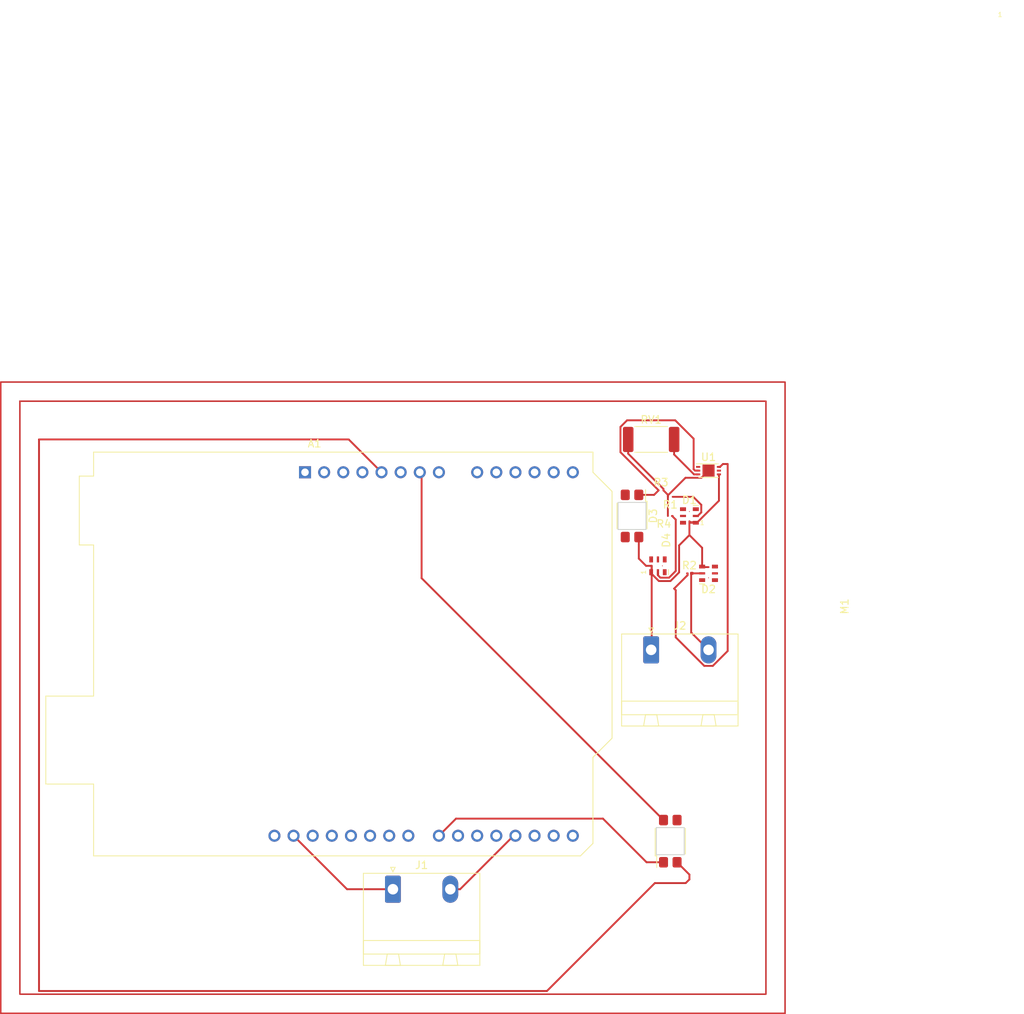
<source format=kicad_pcb>
(kicad_pcb (version 20211014) (generator pcbnew)
  (layers (0 "F.Cu" signal) (31 "B.Cu" signal) (34 "B.Paste" user) (35 "F.Paste" user) (36 "B.SilkS" user "B.Silkscreen") (37 "F.SilkS" user "F.Silkscreen") (38 "B.Mask" user) (39 "F.Mask" user) (44 "Edge.Cuts" user))
  (net 0 "")
  (net 5 "Net-(A1-Pad5)")
  (net 7 "Net-(A1-Pad7)")
  (net 18 "Net-(A1-Pad18)")
  (net 22 "Net-(A1-Pad22)")
  (net 29 "Net-(A1-Pad29)")
  (net 31 "Net-(D1-Pad1)")
  (net 32 "Net-(D1-Pad2)")
  (net 33 "Net-(D2-Pad2)")
  (net 34 "Net-(D3-Pad1)")
  (net 35 "Net-(D4-Pad2)")
  (net 36 "Net-(J2-Pad3)")
  (net 37 "Net-(R2-Pad1)")
  (net 38 "Net-(RV1-Pad2)")
  (footprint "Connector_Phoenix_GMSTB:PhoenixContact_GMSTBA_2,5_2-G-7,62_1x02_P7.62mm_Horizontal" (layer "F.Cu") (at 124.46 58.42)
    (fp_text reference "J2" (at 3.81 -3.2) (layer "F.SilkS"))
    (fp_text value "Conn_01x03_Male")
    (fp_line (start -1 10.11) (end 1 10.11) (layer "F.SilkS") (width 0.12))
    (fp_line (start 11.54 8.61) (end -3.92 8.61) (layer "F.SilkS") (width 0.12))
    (fp_line (start -0.3 -2.91) (end 0.3 -2.91) (layer "F.SilkS") (width 0.12))
    (fp_line (start 11.54 -2.11) (end -3.92 -2.11) (layer "F.SilkS") (width 0.12))
    (fp_line (start 0 -2.31) (end -0.3 -2.91) (layer "F.SilkS") (width 0.12))
    (fp_line (start 8.37 8.61) (end 6.87 8.61) (layer "F.SilkS") (width 0.12))
    (fp_line (start 6.62 10.11) (end 8.62 10.11) (layer "F.SilkS") (width 0.12))
    (fp_line (start -3.92 10.11) (end 11.54 10.11) (layer "F.SilkS") (width 0.12))
    (fp_line (start 0.3 -2.91) (end 0 -2.31) (layer "F.SilkS") (width 0.12))
    (fp_line (start -3.92 8.61) (end -3.92 6.81) (layer "F.SilkS") (width 0.12))
    (fp_line (start 11.54 10.11) (end 11.54 -2.11) (layer "F.SilkS") (width 0.12))
    (fp_line (start -3.92 -2.11) (end -3.92 10.11) (layer "F.SilkS") (width 0.12))
    (fp_line (start 8.62 10.11) (end 8.37 8.61) (layer "F.SilkS") (width 0.12))
    (fp_line (start 11.54 6.81) (end 11.54 8.61) (layer "F.SilkS") (width 0.12))
    (fp_line (start -0.75 8.61) (end -1 10.11) (layer "F.SilkS") (width 0.12))
    (fp_line (start 6.87 8.61) (end 6.62 10.11) (layer "F.SilkS") (width 0.12))
    (fp_line (start 0.75 8.61) (end -0.75 8.61) (layer "F.SilkS") (width 0.12))
    (fp_line (start 1 10.11) (end 0.75 8.61) (layer "F.SilkS") (width 0.12))
    (fp_line (start -3.92 6.81) (end 11.54 6.81) (layer "F.SilkS") (width 0.12))
    (pad "1" thru_hole roundrect (at 0 0) (size 2.1 3.6) (drill 1.4) (layers *.Cu *.Mask) (roundrect_rratio 0.119048) (net 31 "Net-(D1-Pad1)"))
    (pad "2" thru_hole oval (at 7.62 0) (size 2.1 3.6) (drill 1.4) (layers *.Cu *.Mask) (net 33 "Net-(D2-Pad2)"))
  )
  (footprint "Resistor_SMD:R_0201_0603Metric" (layer "F.Cu") (at 129.54 48.26)
    (fp_text reference "R2" (at 0 -1.05) (layer "F.SilkS"))
    (fp_text value "R")
    (pad "1" smd roundrect (at -0.32 0) (size 0.01 0.01) (layers "F.Cu" "F.Mask") (net 37 "Net-(R2-Pad1)"))
    (pad "2" smd roundrect (at 0.32 0) (size 0.46 0.4) (layers "F.Cu" "F.Mask") (net 33 "Net-(D2-Pad2)"))
  )
  (footprint "Resistor_SMD:R_2512_6332Metric_Pad1.40x3.35mm_HandSolder" (layer "F.Cu") (at 124.46 30.48)
    (fp_text reference "RV1" (at 0 -2.62) (layer "F.SilkS"))
    (fp_text value "R_Potentiometer")
    (fp_line (start -2.177064 -1.71) (end 2.177064 -1.71) (layer "F.SilkS") (width 0.12))
    (fp_line (start -2.177064 1.71) (end 2.177064 1.71) (layer "F.SilkS") (width 0.12))
    (pad "1" smd roundrect (at -3.05 0) (size 1.4 3.35) (layers "F.Cu" "F.Paste" "F.Mask") (roundrect_rratio 0.178571) (net 36 "Net-(J2-Pad3)"))
    (pad "2" smd roundrect (at 3.05 0) (size 1.4 3.35) (layers "F.Cu" "F.Paste" "F.Mask") (roundrect_rratio 0.178571) (net 38 "Net-(RV1-Pad2)"))
  )
  (footprint "Resistor_SMD:R_0201_0603Metric" (layer "F.Cu") (at 127 38.1 180)
    (fp_text reference "R1" (at 0 -1.05) (layer "F.SilkS"))
    (fp_text value "R")
    (pad "1" smd roundrect (at -0.32 0 180) (size 0.1 0.1) (layers "F.Cu" "F.Mask") (net 32 "Net-(D1-Pad2)"))
    (pad "2" smd roundrect (at 0.32 0 180) (size 0.1 0.1) (layers "F.Cu" "F.Mask") (net 36 "Net-(J2-Pad3)"))
  )
  (footprint "LED_SMD:LED-APA102-2020" (layer "F.Cu") (at 132.08 48.26)
    (fp_text reference "D2" (at 0 2.11) (layer "F.SilkS"))
    (fp_text value "LED")
    (fp_text user "1" (at 38.71 -74.18) (layer "F.SilkS") (effects (font (size 0.6 0.6) (thickness 0.1))))
    (fp_line (start -1.2 1.4) (end -0.5 1.4) (layer "F.SilkS") (width 0.12))
    (pad "1" smd rect (at -0.85 -0.9) (size 0.8 0.5) (layers "F.Cu" "F.Paste" "F.Mask") (net 31 "Net-(D1-Pad1)"))
    (pad "1" smd rect (at 0 -0.83 90) (size 0.1 0.1) (layers "F.Cu" "F.Paste" "F.Mask") (net 31 "Net-(D1-Pad1)"))
    (pad "2" smd rect (at -0.85 0) (size 0.8 0.3) (layers "F.Cu" "F.Paste" "F.Mask") (net 33 "Net-(D2-Pad2)"))
    (pad "3" smd rect (at -0.85 0.9) (size 0.8 0.5) (layers "F.Cu" "F.Paste" "F.Mask"))
    (pad "4" smd rect (at 0.85 0.9) (size 0.8 0.5) (layers "F.Cu" "F.Paste" "F.Mask"))
    (pad "5" smd rect (at 0.85 0) (size 0.8 0.3) (layers "F.Cu" "F.Paste" "F.Mask"))
    (pad "6" smd rect (at 0.85 -0.9) (size 0.8 0.5) (layers "F.Cu" "F.Paste" "F.Mask"))
    (pad "6" smd rect (at 0 0.59 90) (size 0.1 0.1) (layers "F.Cu" "F.Paste" "F.Mask"))
  )
  (footprint "Package_TO_SOT_SMD:HVSOF6" (layer "F.Cu") (at 132.08 34.62)
    (fp_text reference "U1" (at 0 -1.8) (layer "F.SilkS"))
    (fp_text value "LM741")
    (fp_line (start -1.3 0.9) (end 1.3 0.9) (layer "F.SilkS") (width 0.12))
    (fp_line (start -1.6 -0.9) (end 1.3 -0.9) (layer "F.SilkS") (width 0.12))
    (pad "1" smd rect (at -1.38 -0.5 270) (size 0.25 0.55) (layers "F.Cu" "F.Paste" "F.Mask"))
    (pad "2" smd rect (at -1.38 0 270) (size 0.25 0.55) (layers "F.Cu" "F.Paste" "F.Mask") (net 34 "Net-(D3-Pad1)"))
    (pad "3" smd rect (at -1.38 0.5 270) (size 0.25 0.55) (layers "F.Cu" "F.Paste" "F.Mask") (net 38 "Net-(RV1-Pad2)"))
    (pad "4" smd rect (at 1.38 0.5 270) (size 0.25 0.55) (layers "F.Cu" "F.Paste" "F.Mask") (net 31 "Net-(D1-Pad1)"))
    (pad "5" smd rect (at 1.38 0 270) (size 0.25 0.55) (layers "F.Cu" "F.Paste" "F.Mask"))
    (pad "6" smd rect (at 1.38 -0.5 270) (size 0.25 0.55) (layers "F.Cu" "F.Paste" "F.Mask") (net 37 "Net-(R2-Pad1)"))
    (pad "7" smd rect (at 0 0) (size 1.6 1.6) (layers "F.Cu" "F.Paste" "F.Mask") (net 36 "Net-(J2-Pad3)"))
  )
  (footprint "LED_SMD:LED-APA102-2020" (layer "F.Cu") (at 125.36 47.26 90)
    (fp_text reference "D4" (at 3.39 1.11 90) (layer "F.SilkS"))
    (fp_text value "LED")
    (fp_text user "1" (at -0.85 -1.9 90) (layer "F.SilkS") (effects (font (size 0.6 0.6) (thickness 0.1))))
    (fp_line (start -1.2 1.4) (end -0.5 1.4) (layer "F.SilkS") (width 0.12))
    (pad "1" smd rect (at 0 -0.83 180) (size 0.1 0.1) (layers "F.Cu" "F.Paste" "F.Mask") (net 31 "Net-(D1-Pad1)"))
    (pad "1" smd rect (at -0.85 -0.9 90) (size 0.8 0.5) (layers "F.Cu" "F.Paste" "F.Mask") (net 31 "Net-(D1-Pad1)"))
    (pad "2" smd rect (at -0.85 0 90) (size 0.8 0.3) (layers "F.Cu" "F.Paste" "F.Mask") (net 35 "Net-(D4-Pad2)"))
    (pad "3" smd rect (at -0.85 0.9 90) (size 0.8 0.5) (layers "F.Cu" "F.Paste" "F.Mask"))
    (pad "4" smd rect (at 0.85 0.9 90) (size 0.8 0.5) (layers "F.Cu" "F.Paste" "F.Mask"))
    (pad "5" smd rect (at 0.85 0 90) (size 0.8 0.3) (layers "F.Cu" "F.Paste" "F.Mask"))
    (pad "6" smd rect (at 0 0.59 180) (size 0.1 0.1) (layers "F.Cu" "F.Paste" "F.Mask"))
    (pad "6" smd rect (at 0.85 -0.9 90) (size 0.8 0.5) (layers "F.Cu" "F.Paste" "F.Mask"))
  )
  (footprint "OptoDevice:Everlight_ITR8307" (layer "F.Cu") (at 127 83.82)
    (fp_text reference "M1" (at 23.15 -31.17 90) (layer "F.SilkS"))
    (fp_text value "Motor_Servo_AirTronics")
    (fp_line (start -1.8 3.5) (end -1.8 1.95) (layer "F.SilkS") (width 0.12))
    (fp_line (start -2 1.95) (end -1.8 1.95) (layer "F.SilkS") (width 0.12))
    (fp_line (start -2 1.95) (end -2 -1.7) (layer "F.SilkS") (width 0.12))
    (fp_line (start 2 1.7) (end 2 -1.7) (layer "F.SilkS") (width 0.12))
    (fp_line (start -1.85 1.8) (end -1.85 -1.8) (layer "Edge.Cuts") (width 0.12))
    (fp_line (start 1.85 1.8) (end -1.85 1.8) (layer "Edge.Cuts") (width 0.12))
    (fp_line (start 1.85 -1.8) (end 1.85 1.8) (layer "Edge.Cuts") (width 0.12))
    (fp_line (start -1.85 -1.8) (end 1.85 -1.8) (layer "Edge.Cuts") (width 0.12))
    (pad "1" smd roundrect (at -0.9 2.8) (size 1.2 1.4) (layers "F.Cu" "F.Paste" "F.Mask") (roundrect_rratio 0.2) (net 22 "Net-(A1-Pad22)"))
    (pad "2" smd roundrect (at -0.9 -2.8) (size 1.2 1.4) (layers "F.Cu" "F.Paste" "F.Mask") (roundrect_rratio 0.2) (net 7 "Net-(A1-Pad7)"))
    (pad "3" smd roundrect (at 0.9 2.8) (size 1.2 1.4) (layers "F.Cu" "F.Paste" "F.Mask") (roundrect_rratio 0.2) (net 5 "Net-(A1-Pad5)"))
    (pad "4" smd roundrect (at 0.9 -2.8) (size 1.2 1.4) (layers "F.Cu" "F.Paste" "F.Mask") (roundrect_rratio 0.2))
  )
  (footprint "OptoDevice:Everlight_ITR8307" (layer "F.Cu") (at 121.92 40.64 180)
    (fp_text reference "D3" (at -2.8 0 90) (layer "F.SilkS"))
    (fp_text value "D_Photo")
    (fp_line (start 2 1.7) (end 2 -1.7) (layer "F.SilkS") (width 0.12))
    (fp_line (start -1.8 3.5) (end -1.8 1.95) (layer "F.SilkS") (width 0.12))
    (fp_line (start -2 1.95) (end -2 -1.7) (layer "F.SilkS") (width 0.12))
    (fp_line (start -2 1.95) (end -1.8 1.95) (layer "F.SilkS") (width 0.12))
    (fp_line (start 1.85 -1.8) (end 1.85 1.8) (layer "Edge.Cuts") (width 0.12))
    (fp_line (start -1.85 1.8) (end -1.85 -1.8) (layer "Edge.Cuts") (width 0.12))
    (fp_line (start 1.85 1.8) (end -1.85 1.8) (layer "Edge.Cuts") (width 0.12))
    (fp_line (start -1.85 -1.8) (end 1.85 -1.8) (layer "Edge.Cuts") (width 0.12))
    (pad "1" smd roundrect (at -0.9 2.8 180) (size 1.2 1.4) (layers "F.Cu" "F.Paste" "F.Mask") (roundrect_rratio 0.2) (net 34 "Net-(D3-Pad1)"))
    (pad "2" smd roundrect (at -0.9 -2.8 180) (size 1.2 1.4) (layers "F.Cu" "F.Paste" "F.Mask") (roundrect_rratio 0.2) (net 31 "Net-(D1-Pad1)"))
    (pad "3" smd roundrect (at 0.9 2.8 180) (size 1.2 1.4) (layers "F.Cu" "F.Paste" "F.Mask") (roundrect_rratio 0.2))
    (pad "4" smd roundrect (at 0.9 -2.8 180) (size 1.2 1.4) (layers "F.Cu" "F.Paste" "F.Mask") (roundrect_rratio 0.2))
  )
  (footprint "Module:Arduino_UNO_R2" (layer "F.Cu") (at 78.5 34.84)
    (fp_text reference "A1" (at 1.27 -3.81 180) (layer "F.SilkS"))
    (fp_text value "Arduino_UNO_R2")
    (fp_line (start -34.42 29.72) (end -34.42 41.4) (layer "F.SilkS") (width 0.12))
    (fp_line (start -28.07 0.51) (end -29.97 0.51) (layer "F.SilkS") (width 0.12))
    (fp_line (start 38.23 49.28) (end 38.23 37.85) (layer "F.SilkS") (width 0.12))
    (fp_line (start -28.07 -2.67) (end -28.07 0.51) (layer "F.SilkS") (width 0.12))
    (fp_line (start -29.97 9.65) (end -28.07 9.65) (layer "F.SilkS") (width 0.12))
    (fp_line (start 38.23 0) (end 38.23 -2.67) (layer "F.SilkS") (width 0.12))
    (fp_line (start -28.07 9.65) (end -28.07 29.72) (layer "F.SilkS") (width 0.12))
    (fp_line (start -28.07 50.93) (end 36.58 50.93) (layer "F.SilkS") (width 0.12))
    (fp_line (start 38.23 -2.67) (end -28.07 -2.67) (layer "F.SilkS") (width 0.12))
    (fp_line (start -28.07 41.4) (end -28.07 50.93) (layer "F.SilkS") (width 0.12))
    (fp_line (start -28.07 29.72) (end -34.42 29.72) (layer "F.SilkS") (width 0.12))
    (fp_line (start 38.23 37.85) (end 40.77 35.31) (layer "F.SilkS") (width 0.12))
    (fp_line (start -29.97 0.51) (end -29.97 9.65) (layer "F.SilkS") (width 0.12))
    (fp_line (start 40.77 35.31) (end 40.77 2.54) (layer "F.SilkS") (width 0.12))
    (fp_line (start -34.42 41.4) (end -28.07 41.4) (layer "F.SilkS") (width 0.12))
    (fp_line (start 40.77 2.54) (end 38.23 0) (layer "F.SilkS") (width 0.12))
    (fp_line (start 36.58 50.93) (end 38.23 49.28) (layer "F.SilkS") (width 0.12))
    (pad "1" thru_hole rect (at 0 0 90) (size 1.6 1.6) (drill 1) (layers *.Cu *.Mask))
    (pad "2" thru_hole oval (at 2.54 0 90) (size 1.6 1.6) (drill 1) (layers *.Cu *.Mask))
    (pad "3" thru_hole oval (at 5.08 0 90) (size 1.6 1.6) (drill 1) (layers *.Cu *.Mask))
    (pad "4" thru_hole oval (at 7.62 0 90) (size 1.6 1.6) (drill 1) (layers *.Cu *.Mask))
    (pad "5" thru_hole oval (at 10.16 0 90) (size 1.6 1.6) (drill 1) (layers *.Cu *.Mask) (net 5 "Net-(A1-Pad5)"))
    (pad "6" thru_hole oval (at 12.7 0 90) (size 1.6 1.6) (drill 1) (layers *.Cu *.Mask))
    (pad "7" thru_hole oval (at 15.24 0 90) (size 1.6 1.6) (drill 1) (layers *.Cu *.Mask) (net 7 "Net-(A1-Pad7)"))
    (pad "8" thru_hole oval (at 17.78 0 90) (size 1.6 1.6) (drill 1) (layers *.Cu *.Mask))
    (pad "9" thru_hole oval (at 22.86 0 90) (size 1.6 1.6) (drill 1) (layers *.Cu *.Mask))
    (pad "10" thru_hole oval (at 25.4 0 90) (size 1.6 1.6) (drill 1) (layers *.Cu *.Mask))
    (pad "11" thru_hole oval (at 27.94 0 90) (size 1.6 1.6) (drill 1) (layers *.Cu *.Mask))
    (pad "12" thru_hole oval (at 30.48 0 90) (size 1.6 1.6) (drill 1) (layers *.Cu *.Mask))
    (pad "13" thru_hole oval (at 33.02 0 90) (size 1.6 1.6) (drill 1) (layers *.Cu *.Mask))
    (pad "14" thru_hole oval (at 35.56 0 90) (size 1.6 1.6) (drill 1) (layers *.Cu *.Mask))
    (pad "15" thru_hole oval (at 35.56 48.26 90) (size 1.6 1.6) (drill 1) (layers *.Cu *.Mask))
    (pad "16" thru_hole oval (at 33.02 48.26 90) (size 1.6 1.6) (drill 1) (layers *.Cu *.Mask))
    (pad "17" thru_hole oval (at 30.48 48.26 90) (size 1.6 1.6) (drill 1) (layers *.Cu *.Mask))
    (pad "18" thru_hole oval (at 27.94 48.26 90) (size 1.6 1.6) (drill 1) (layers *.Cu *.Mask) (net 18 "Net-(A1-Pad18)"))
    (pad "19" thru_hole oval (at 25.4 48.26 90) (size 1.6 1.6) (drill 1) (layers *.Cu *.Mask))
    (pad "20" thru_hole oval (at 22.86 48.26 90) (size 1.6 1.6) (drill 1) (layers *.Cu *.Mask))
    (pad "21" thru_hole oval (at 20.32 48.26 90) (size 1.6 1.6) (drill 1) (layers *.Cu *.Mask))
    (pad "22" thru_hole oval (at 17.78 48.26 90) (size 1.6 1.6) (drill 1) (layers *.Cu *.Mask) (net 22 "Net-(A1-Pad22)"))
    (pad "23" thru_hole oval (at 13.72 48.26 90) (size 1.6 1.6) (drill 1) (layers *.Cu *.Mask))
    (pad "24" thru_hole oval (at 11.18 48.26 90) (size 1.6 1.6) (drill 1) (layers *.Cu *.Mask))
    (pad "25" thru_hole oval (at 8.64 48.26 90) (size 1.6 1.6) (drill 1) (layers *.Cu *.Mask))
    (pad "26" thru_hole oval (at 6.1 48.26 90) (size 1.6 1.6) (drill 1) (layers *.Cu *.Mask))
    (pad "27" thru_hole oval (at 3.56 48.26 90) (size 1.6 1.6) (drill 1) (layers *.Cu *.Mask))
    (pad "28" thru_hole oval (at 1.02 48.26 90) (size 1.6 1.6) (drill 1) (layers *.Cu *.Mask))
    (pad "29" thru_hole oval (at -1.52 48.26 90) (size 1.6 1.6) (drill 1) (layers *.Cu *.Mask) (net 29 "Net-(A1-Pad29)"))
    (pad "30" thru_hole oval (at -4.06 48.26 90) (size 1.6 1.6) (drill 1) (layers *.Cu *.Mask))
  )
  (footprint "Connector_Phoenix_GMSTB:PhoenixContact_GMSTBA_2,5_2-G-7,62_1x02_P7.62mm_Horizontal" (layer "F.Cu") (at 90.17 90.2025)
    (fp_text reference "J1" (at 3.81 -3.2) (layer "F.SilkS"))
    (fp_text value "Conn_01x03_Female")
    (fp_line (start -3.92 8.61) (end -3.92 6.81) (layer "F.SilkS") (width 0.12))
    (fp_line (start 6.87 8.61) (end 6.62 10.11) (layer "F.SilkS") (width 0.12))
    (fp_line (start 11.54 -2.11) (end -3.92 -2.11) (layer "F.SilkS") (width 0.12))
    (fp_line (start 0.75 8.61) (end -0.75 8.61) (layer "F.SilkS") (width 0.12))
    (fp_line (start 1 10.11) (end 0.75 8.61) (layer "F.SilkS") (width 0.12))
    (fp_line (start -1 10.11) (end 1 10.11) (layer "F.SilkS") (width 0.12))
    (fp_line (start -0.3 -2.91) (end 0.3 -2.91) (layer "F.SilkS") (width 0.12))
    (fp_line (start -3.92 6.81) (end 11.54 6.81) (layer "F.SilkS") (width 0.12))
    (fp_line (start 0.3 -2.91) (end 0 -2.31) (layer "F.SilkS") (width 0.12))
    (fp_line (start 11.54 6.81) (end 11.54 8.61) (layer "F.SilkS") (width 0.12))
    (fp_line (start -3.92 -2.11) (end -3.92 10.11) (layer "F.SilkS") (width 0.12))
    (fp_line (start 6.62 10.11) (end 8.62 10.11) (layer "F.SilkS") (width 0.12))
    (fp_line (start 8.62 10.11) (end 8.37 8.61) (layer "F.SilkS") (width 0.12))
    (fp_line (start 11.54 10.11) (end 11.54 -2.11) (layer "F.SilkS") (width 0.12))
    (fp_line (start 0 -2.31) (end -0.3 -2.91) (layer "F.SilkS") (width 0.12))
    (fp_line (start -3.92 10.11) (end 11.54 10.11) (layer "F.SilkS") (width 0.12))
    (fp_line (start 11.54 8.61) (end -3.92 8.61) (layer "F.SilkS") (width 0.12))
    (fp_line (start -0.75 8.61) (end -1 10.11) (layer "F.SilkS") (width 0.12))
    (fp_line (start 8.37 8.61) (end 6.87 8.61) (layer "F.SilkS") (width 0.12))
    (pad "1" thru_hole roundrect (at 0 0) (size 2.1 3.6) (drill 1.4) (layers *.Cu *.Mask) (roundrect_rratio 0.119048) (net 29 "Net-(A1-Pad29)"))
    (pad "2" thru_hole oval (at 7.62 0) (size 2.1 3.6) (drill 1.4) (layers *.Cu *.Mask) (net 18 "Net-(A1-Pad18)"))
  )
  (footprint "Resistor_SMD:R_0201_0603Metric" (layer "F.Cu") (at 127 40.64 180)
    (fp_text reference "R4" (at 0.85 -1.05) (layer "F.SilkS"))
    (fp_text value "R")
    (pad "1" smd roundrect (at -0.32 0 180) (size 0.1 0.1) (layers "F.Cu" "F.Mask") (net 35 "Net-(D4-Pad2)"))
    (pad "2" smd roundrect (at 0.32 0 180) (size 0.1 0.1) (layers "F.Cu" "F.Mask") (net 36 "Net-(J2-Pad3)"))
  )
  (footprint "LED_SMD:LED-APA102-2020" (layer "F.Cu") (at 129.54 40.64 180)
    (fp_text reference "D1" (at 0 2.11) (layer "F.SilkS"))
    (fp_text value "LED")
    (fp_text user "1" (at -1.7 -0.9) (layer "F.SilkS") (effects (font (size 0.6 0.6) (thickness 0.1))))
    (fp_line (start -1.2 1.4) (end -0.5 1.4) (layer "F.SilkS") (width 0.12))
    (pad "1" smd rect (at -0.85 -0.9 180) (size 0.8 0.5) (layers "F.Cu" "F.Paste" "F.Mask") (net 31 "Net-(D1-Pad1)"))
    (pad "1" smd rect (at 0 -0.83 270) (size 0.1 0.1) (layers "F.Cu" "F.Paste" "F.Mask") (net 31 "Net-(D1-Pad1)"))
    (pad "2" smd rect (at -0.85 0 180) (size 0.8 0.3) (layers "F.Cu" "F.Paste" "F.Mask") (net 32 "Net-(D1-Pad2)"))
    (pad "3" smd rect (at -0.85 0.9 180) (size 0.8 0.5) (layers "F.Cu" "F.Paste" "F.Mask"))
    (pad "4" smd rect (at 0.85 0.9 180) (size 0.8 0.5) (layers "F.Cu" "F.Paste" "F.Mask"))
    (pad "5" smd rect (at 0.85 0 180) (size 0.8 0.3) (layers "F.Cu" "F.Paste" "F.Mask"))
    (pad "6" smd rect (at 0 0.59 270) (size 0.1 0.1) (layers "F.Cu" "F.Paste" "F.Mask"))
    (pad "6" smd rect (at 0.85 -0.9 180) (size 0.8 0.5) (layers "F.Cu" "F.Paste" "F.Mask"))
  )
  (footprint "Resistor_SMD:R_0201_0603Metric" (layer "F.Cu") (at 125.77 37.24)
    (fp_text reference "R3" (at 0 -1.05) (layer "F.SilkS"))
    (fp_text value "R")
    (pad "1" smd roundrect (at -0.32 0) (size 0.1 0.1) (layers "F.Cu" "F.Mask") (net 34 "Net-(D3-Pad1)"))
    (pad "2" smd roundrect (at 0.32 0) (size 0.1 0.1) (layers "F.Cu" "F.Mask") (net 36 "Net-(J2-Pad3)"))
  )
  (gr_poly (pts (xy 142.24 106.68) (xy 38.1 106.68) (xy 38.1 22.86) (xy 142.24 22.86)) (layer "F.Cu") (width 0.2) (fill none))
  (gr_rect locked (start 40.64 25.4) (end 139.7 104.14) (layer "F.Cu") (width 0.2) (fill none))
  (segment (start 129.54 88.26) (end 129.54 88.9) (width 0.25) (layer "F.Cu") (net 5))
  (segment (start 129.050824 89.389176) (end 124.949176 89.389176) (width 0.25) (layer "F.Cu") (net 5))
  (segment (start 43.18 103.71548) (end 110.622871 103.71548) (width 0.25) (layer "F.Cu") (net 5))
  (segment (start 129.54 88.9) (end 129.050824 89.389176) (width 0.25) (layer "F.Cu") (net 5))
  (segment (start 84.3 30.48) (end 43.18 30.48) (width 0.25) (layer "F.Cu") (net 5))
  (segment (start 43.18 30.48) (end 43.18 103.71548) (width 0.25) (layer "F.Cu") (net 5))
  (segment (start 127.9 86.62) (end 129.54 88.26) (width 0.25) (layer "F.Cu") (net 5))
  (segment (start 110.622871 103.71548) (end 124.949176 89.389176) (width 0.25) (layer "F.Cu") (net 5))
  (segment (start 88.66 34.84) (end 84.3 30.48) (width 0.25) (layer "F.Cu") (net 5))
  (segment (start 93.98 48.9) (end 93.98 35.08) (width 0.25) (layer "F.Cu") (net 7))
  (segment (start 126.1 81.02) (end 93.98 48.9) (width 0.25) (layer "F.Cu") (net 7))
  (segment (start 93.98 35.08) (end 93.74 34.84) (width 0.25) (layer "F.Cu") (net 7))
  (segment (start 99.09 90.2025) (end 106.68 82.6125) (width 0.25) (layer "F.Cu") (net 18))
  (segment (start 97.79 90.2025) (end 99.09 90.2025) (width 0.25) (layer "F.Cu") (net 18))
  (segment (start 123.845932 86.62) (end 126.1 86.62) (width 0.25) (layer "F.Cu") (net 22))
  (segment (start 98.54952 80.83048) (end 118.056412 80.83048) (width 0.25) (layer "F.Cu") (net 22))
  (segment (start 118.056412 80.83048) (end 123.845932 86.62) (width 0.25) (layer "F.Cu") (net 22))
  (segment (start 96.28 83.1) (end 98.54952 80.83048) (width 0.25) (layer "F.Cu") (net 22))
  (segment (start 90.17 90.2025) (end 84.0825 90.2025) (width 0.25) (layer "F.Cu") (net 29))
  (segment (start 84.0825 90.2025) (end 76.98 83.1) (width 0.25) (layer "F.Cu") (net 29))
  (segment (start 123.78 47.26) (end 124.53 47.26) (width 0.25) (layer "F.Cu") (net 31))
  (segment (start 128.174031 44.545969) (end 128.174031 48.130708) (width 0.25) (layer "F.Cu") (net 31))
  (segment (start 124.53 48.19) (end 124.53 47.26) (width 0.25) (layer "F.Cu") (net 31))
  (segment (start 127.020708 49.284031) (end 125.484031 49.284031) (width 0.25) (layer "F.Cu") (net 31))
  (segment (start 124.53 47.26) (end 124.53 58.35) (width 0.25) (layer "F.Cu") (net 31))
  (segment (start 132.08 47.43) (end 131.3 47.43) (width 0.25) (layer "F.Cu") (net 31))
  (segment (start 124.46 48.26) (end 124.46 48.11) (width 0.25) (layer "F.Cu") (net 31))
  (segment (start 130.54 41.54) (end 133.46 38.62) (width 0.25) (layer "F.Cu") (net 31))
  (segment (start 131.3 47.43) (end 131.23 47.36) (width 0.25) (layer "F.Cu") (net 31))
  (segment (start 124.46 48.26) (end 124.53 48.19) (width 0.25) (layer "F.Cu") (net 31))
  (segment (start 125.484031 49.284031) (end 124.46 48.26) (width 0.25) (layer "F.Cu") (net 31))
  (segment (start 128.174031 48.130708) (end 127.020708 49.284031) (width 0.25) (layer "F.Cu") (net 31))
  (segment (start 133.46 38.62) (end 133.46 35.12) (width 0.25) (layer "F.Cu") (net 31))
  (segment (start 131.23 47.36) (end 131.23 44.87) (width 0.25) (layer "F.Cu") (net 31))
  (segment (start 129.54 43.12) (end 129.54 41.47) (width 0.25) (layer "F.Cu") (net 31))
  (segment (start 124.53 58.35) (end 124.46 58.42) (width 0.25) (layer "F.Cu") (net 31))
  (segment (start 122.82 46.3) (end 123.78 47.26) (width 0.25) (layer "F.Cu") (net 31))
  (segment (start 130.39 41.54) (end 130.54 41.54) (width 0.25) (layer "F.Cu") (net 31))
  (segment (start 122.82 43.44) (end 122.82 46.3) (width 0.25) (layer "F.Cu") (net 31))
  (segment (start 129.54 43.18) (end 128.174031 44.545969) (width 0.25) (layer "F.Cu") (net 31))
  (segment (start 130.39 41.54) (end 129.74 41.54) (width 0.25) (layer "F.Cu") (net 31))
  (segment (start 130.32 41.47) (end 130.39 41.54) (width 0.25) (layer "F.Cu") (net 31))
  (segment (start 129.74 41.54) (end 129.54 41.34) (width 0.25) (layer "F.Cu") (net 31))
  (segment (start 129.54 41.47) (end 130.32 41.47) (width 0.25) (layer "F.Cu") (net 31))
  (segment (start 131.23 44.87) (end 129.54 43.18) (width 0.25) (layer "F.Cu") (net 31))
  (segment (start 130.64 40.64) (end 131.114511 40.165489) (width 0.25) (layer "F.Cu") (net 32))
  (segment (start 130.39 40.64) (end 130.64 40.64) (width 0.25) (layer "F.Cu") (net 32))
  (segment (start 131.114511 40.165489) (end 131.114511 39.165489) (width 0.25) (layer "F.Cu") (net 32))
  (segment (start 130.049022 38.1) (end 127.32 38.1) (width 0.25) (layer "F.Cu") (net 32))
  (segment (start 131.114511 39.165489) (end 130.049022 38.1) (width 0.25) (layer "F.Cu") (net 32))
  (segment (start 129.77452 48.26) (end 129.86 48.26) (width 0.25) (layer "F.Cu") (net 33))
  (segment (start 129.77452 56.11452) (end 129.77452 48.26) (width 0.25) (layer "F.Cu") (net 33))
  (segment (start 131.23 48.26) (end 129.77452 48.26) (width 0.25) (layer "F.Cu") (net 33))
  (segment (start 132.08 58.42) (end 129.77452 56.11452) (width 0.25) (layer "F.Cu") (net 33))
  (segment (start 122.82 37.84) (end 124.85 37.84) (width 0.25) (layer "F.Cu") (net 34))
  (segment (start 120.38548 32.17548) (end 120.38548 28.817026) (width 0.25) (layer "F.Cu") (net 34))
  (segment (start 127.657494 27.94) (end 130.100489 30.382995) (width 0.25) (layer "F.Cu") (net 34))
  (segment (start 130.286696 34.62) (end 130.100489 34.433793) (width 0.25) (layer "F.Cu") (net 34))
  (segment (start 125.45 37.24) (end 120.38548 32.17548) (width 0.25) (layer "F.Cu") (net 34))
  (segment (start 120.38548 28.817026) (end 121.262506 27.94) (width 0.25) (layer "F.Cu") (net 34))
  (segment (start 130.100489 30.382995) (end 130.100489 34.433793) (width 0.25) (layer "F.Cu") (net 34))
  (segment (start 124.85 37.84) (end 125.45 37.24) (width 0.25) (layer "F.Cu") (net 34))
  (segment (start 121.262506 27.94) (end 127.657494 27.94) (width 0.25) (layer "F.Cu") (net 34))
  (segment (start 130.7 34.62) (end 130.286696 34.62) (width 0.25) (layer "F.Cu") (net 34))
  (segment (start 127.724511 47.944511) (end 127.724511 41.129991) (width 0.25) (layer "F.Cu") (net 35))
  (segment (start 127.724511 41.129991) (end 127.23452 40.64) (width 0.25) (layer "F.Cu") (net 35))
  (segment (start 125.685489 48.834511) (end 126.834511 48.834511) (width 0.25) (layer "F.Cu") (net 35))
  (segment (start 125.36 48.509022) (end 125.685489 48.834511) (width 0.25) (layer "F.Cu") (net 35))
  (segment (start 126.834511 48.834511) (end 127.724511 47.944511) (width 0.25) (layer "F.Cu") (net 35))
  (segment (start 127.23452 40.64) (end 127.32 40.64) (width 0.25) (layer "F.Cu") (net 35))
  (segment (start 125.36 48.11) (end 125.36 48.509022) (width 0.25) (layer "F.Cu") (net 35))
  (segment (start 126.09 37.049639) (end 121.41 32.369639) (width 0.25) (layer "F.Cu") (net 36))
  (segment (start 126.68 40.64) (end 126.68 38.1) (width 0.25) (layer "F.Cu") (net 36))
  (segment (start 126.68 38.1) (end 126.68 37.83) (width 0.25) (layer "F.Cu") (net 36))
  (segment (start 131.130489 35.569511) (end 132.08 34.62) (width 0.25) (layer "F.Cu") (net 36))
  (segment (start 126.68 37.909639) (end 129.020128 35.569511) (width 0.25) (layer "F.Cu") (net 36))
  (segment (start 126.68 38.1) (end 126.68 37.909639) (width 0.25) (layer "F.Cu") (net 36))
  (segment (start 129.020128 35.569511) (end 131.130489 35.569511) (width 0.25) (layer "F.Cu") (net 36))
  (segment (start 126.68 37.83) (end 126.09 37.24) (width 0.25) (layer "F.Cu") (net 36))
  (segment (start 121.41 32.369639) (end 121.41 30.48) (width 0.25) (layer "F.Cu") (net 36))
  (segment (start 126.09 37.24) (end 126.09 37.049639) (width 0.25) (layer "F.Cu") (net 36))
  (segment (start 129.22 48.58) (end 129.30548 48.49452) (width 0.25) (layer "F.Cu") (net 37))
  (segment (start 134.62 58.573864) (end 134.62 33.744511) (width 0.25) (layer "F.Cu") (net 37))
  (segment (start 133.61 34.12) (end 133.985489 33.744511) (width 0.25) (layer "F.Cu") (net 37))
  (segment (start 127.512307 50.287693) (end 127.724511 50.499897) (width 0.25) (layer "F.Cu") (net 37))
  (segment (start 129.22 48.58) (end 127.512307 50.287693) (width 0.25) (layer "F.Cu") (net 37))
  (segment (start 133.46 34.12) (end 133.61 34.12) (width 0.25) (layer "F.Cu") (net 37))
  (segment (start 132.649344 60.54452) (end 134.62 58.573864) (width 0.25) (layer "F.Cu") (net 37))
  (segment (start 127.724511 50.499897) (end 127.724511 56.758375) (width 0.25) (layer "F.Cu") (net 37))
  (segment (start 129.22 48.26) (end 129.30548 48.26) (width 0.25) (layer "F.Cu") (net 37))
  (segment (start 133.985489 33.744511) (end 134.62 33.744511) (width 0.25) (layer "F.Cu") (net 37))
  (segment (start 129.30548 48.49452) (end 129.30548 48.26) (width 0.25) (layer "F.Cu") (net 37))
  (segment (start 127.724511 56.758375) (end 131.510656 60.54452) (width 0.25) (layer "F.Cu") (net 37))
  (segment (start 131.510656 60.54452) (end 132.649344 60.54452) (width 0.25) (layer "F.Cu") (net 37))
  (segment (start 130.150978 35.12) (end 130.7 35.12) (width 0.25) (layer "F.Cu") (net 38))
  (segment (start 127.51 32.479022) (end 130.150978 35.12) (width 0.25) (layer "F.Cu") (net 38))
  (segment (start 127.51 30.48) (end 127.51 32.479022) (width 0.25) (layer "F.Cu") (net 38))
)
</source>
